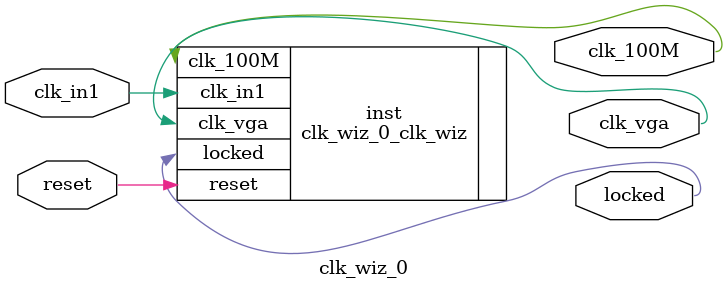
<source format=v>


`timescale 1ps/1ps

(* CORE_GENERATION_INFO = "clk_wiz_0,clk_wiz_v6_0_3_0_0,{component_name=clk_wiz_0,use_phase_alignment=true,use_min_o_jitter=false,use_max_i_jitter=false,use_dyn_phase_shift=false,use_inclk_switchover=false,use_dyn_reconfig=false,enable_axi=0,feedback_source=FDBK_AUTO,PRIMITIVE=MMCM,num_out_clk=2,clkin1_period=10.000,clkin2_period=10.000,use_power_down=false,use_reset=true,use_locked=true,use_inclk_stopped=false,feedback_type=SINGLE,CLOCK_MGR_TYPE=NA,manual_override=false}" *)

module clk_wiz_0 
 (
  // Clock out ports
  output        clk_100M,
  output        clk_vga,
  // Status and control signals
  input         reset,
  output        locked,
 // Clock in ports
  input         clk_in1
 );

  clk_wiz_0_clk_wiz inst
  (
  // Clock out ports  
  .clk_100M(clk_100M),
  .clk_vga(clk_vga),
  // Status and control signals               
  .reset(reset), 
  .locked(locked),
 // Clock in ports
  .clk_in1(clk_in1)
  );

endmodule

</source>
